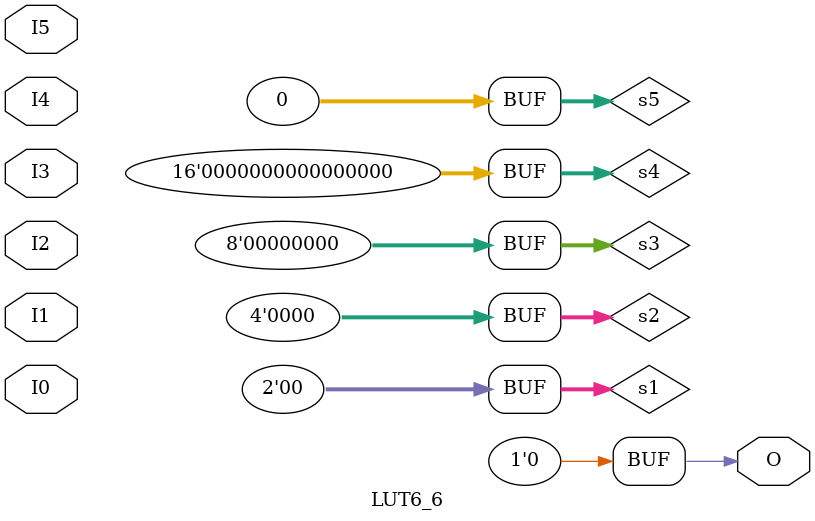
<source format=v>
module LUT6_6(output O, input I0, I1, I2, I3, I4, I5);
  parameter [63:0] INIT = 0;
  wire [31: 0] s5 = I5 ? INIT[63:32] : INIT[31: 0];
  wire [15: 0] s4 = I4 ?   s5[31:16] :   s5[15: 0];
  wire [ 7: 0] s3 = I3 ?   s4[15: 8] :   s4[ 7: 0];
  wire [ 3: 0] s2 = I2 ?   s3[ 7: 4] :   s3[ 3: 0];
  wire [ 1: 0] s1 = I1 ?   s2[ 3: 2] :   s2[ 1: 0];
  assign O = I0 ? s1[1] : s1[0];
endmodule
</source>
